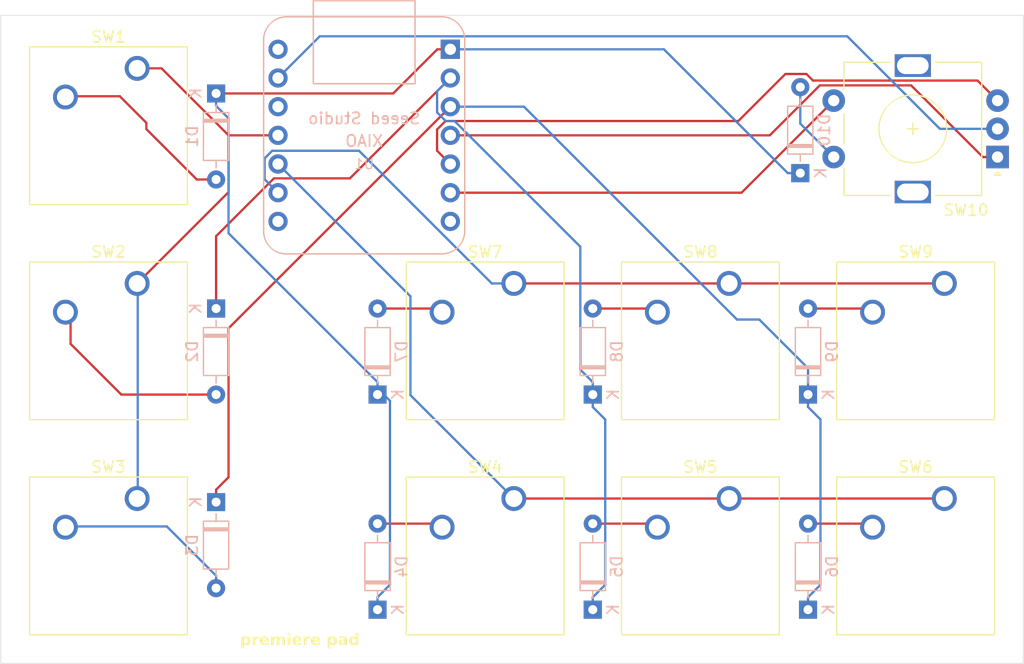
<source format=kicad_pcb>
(kicad_pcb (version 20240108) (generator "pcbnew") (generator_version "8.0")
  (layers (0 "F.Cu" signal) (31 "B.Cu" signal) (34 "B.Paste" user) (35 "F.Paste" user) (36 "B.SilkS" user "B.Silkscreen") (37 "F.SilkS" user "F.Silkscreen") (38 "B.Mask" user) (39 "F.Mask" user) (44 "Edge.Cuts" user))
  (net 0 "")
  (net 1 "Row 1")
  (net 2 "Net-(D1-A)")
  (net 3 "Net-(D2-A)")
  (net 4 "Net-(D3-A)")
  (net 5 "Row 0")
  (net 6 "Net-(D4-A)")
  (net 7 "Net-(D5-A)")
  (net 8 "Net-(D6-A)")
  (net 9 "Net-(D7-A)")
  (net 10 "Net-(D8-A)")
  (net 11 "Net-(D9-A)")
  (net 12 "Col 0")
  (net 13 "Col 1")
  (net 14 "Row 2")
  (net 15 "Col 2")
  (net 16 "Col 3")
  (net 17 "pin b")
  (net 19 "pin a")
  (net 22 "GND")
  (net 23 "VCC")
  (net 24 "Rotation1")
  (footprint "Rotary_Encoder:RotaryEncoder_Alps_EC11E-Switch_Vertical_H20mm" (layer "F.Cu") (at 159.65 88.5 180)
    (property "Reference" "SW10" (at 2.8 -4.7 0) (layer "F.SilkS"))
    (property "Value" "RotaryEncoder_Switch")
    (fp_line (start 13.6 8.4) (end 9.5 8.4) (stroke (width 0.12)) (layer "F.SilkS"))
    (fp_line (start 13.6 6) (end 13.6 8.4) (stroke (width 0.12)) (layer "F.SilkS"))
    (fp_line (start 13.6 1.2) (end 13.6 3.8) (stroke (width 0.12)) (layer "F.SilkS"))
    (fp_line (start 13.6 -3.4) (end 13.6 -1) (stroke (width 0.12)) (layer "F.SilkS"))
    (fp_line (start 9.5 -3.4) (end 13.6 -3.4) (stroke (width 0.12)) (layer "F.SilkS"))
    (fp_line (start 7.5 2) (end 7.5 3) (stroke (width 0.12)) (layer "F.SilkS"))
    (fp_line (start 7 2.5) (end 8 2.5) (stroke (width 0.12)) (layer "F.SilkS"))
    (fp_line (start 5.5 8.4) (end 1.4 8.4) (stroke (width 0.12)) (layer "F.SilkS"))
    (fp_line (start 5.5 -3.4) (end 1.4 -3.4) (stroke (width 0.12)) (layer "F.SilkS"))
    (fp_line (start 1.4 -3.4) (end 1.4 8.4) (stroke (width 0.12)) (layer "F.SilkS"))
    (fp_line (start 0.3 -1.6) (end 0 -1.3) (stroke (width 0.12)) (layer "F.SilkS"))
    (fp_line (start 0 -1.3) (end -0.3 -1.6) (stroke (width 0.12)) (layer "F.SilkS"))
    (fp_line (start -0.3 -1.6) (end 0.3 -1.6) (stroke (width 0.12)) (layer "F.SilkS"))
    (fp_circle (center 7.5 2.5) (end 10.5 2.5) (stroke (width 0.12)) (fill none) (layer "F.SilkS"))
    (pad "A" thru_hole rect (at 0 0 180) (size 2 2) (drill 1) (layers "*.Cu" "*.Mask") (net 19 "pin a"))
    (pad "B" thru_hole circle (at 0 5 180) (size 2 2) (drill 1) (layers "*.Cu" "*.Mask") (net 17 "pin b"))
    (pad "C" thru_hole circle (at 0 2.5 180) (size 2 2) (drill 1) (layers "*.Cu" "*.Mask") (net 22 "GND"))
    (pad "MP" thru_hole rect (at 7.5 -3.1 180) (size 3.2 2) (drill oval 2.8 1.5) (layers "*.Cu" "*.Mask"))
    (pad "MP" thru_hole rect (at 7.5 8.1 180) (size 3.2 2) (drill oval 2.8 1.5) (layers "*.Cu" "*.Mask"))
    (pad "S1" thru_hole circle (at 14.5 5 180) (size 2 2) (drill 1) (layers "*.Cu" "*.Mask") (net 16 "Col 3"))
    (pad "S2" thru_hole circle (at 14.5 0 180) (size 2 2) (drill 1) (layers "*.Cu" "*.Mask") (net 24 "Rotation1"))
  )
  (footprint "Button_Switch_Keyboard:SW_Cherry_MX_1.00u_PCB" (layer "F.Cu") (at 116.84 99.695)
    (property "Reference" "SW7" (at -2.54 -2.794 0) (layer "F.SilkS"))
    (property "Value" "SW_Push_45deg")
    (fp_line (start -9.525 -1.905) (end 4.445 -1.905) (stroke (width 0.12)) (layer "F.SilkS"))
    (fp_line (start -9.525 12.065) (end -9.525 -1.905) (stroke (width 0.12)) (layer "F.SilkS"))
    (fp_line (start 4.445 -1.905) (end 4.445 12.065) (stroke (width 0.12)) (layer "F.SilkS"))
    (fp_line (start 4.445 12.065) (end -9.525 12.065) (stroke (width 0.12)) (layer "F.SilkS"))
    (pad "" np_thru_hole circle (at -7.62 5.08) (size 1.7 1.7) (drill 1.7) (layers "*.Cu" "*.Mask"))
    (pad "" np_thru_hole circle (at -2.54 5.08) (size 4 4) (drill 4) (layers "*.Cu" "*.Mask"))
    (pad "" np_thru_hole circle (at 2.54 5.08) (size 1.7 1.7) (drill 1.7) (layers "*.Cu" "*.Mask"))
    (pad "1" thru_hole circle (at 0 0) (size 2.2 2.2) (drill 1.5) (layers "*.Cu" "*.Mask") (net 15 "Col 2"))
    (pad "2" thru_hole circle (at -6.35 2.54) (size 2.2 2.2) (drill 1.5) (layers "*.Cu" "*.Mask") (net 9 "Net-(D7-A)"))
  )
  (footprint "Button_Switch_Keyboard:SW_Cherry_MX_1.00u_PCB" (layer "F.Cu") (at 154.94 118.745)
    (property "Reference" "SW6" (at -2.54 -2.794 0) (layer "F.SilkS"))
    (property "Value" "SW_Push_45deg")
    (fp_line (start -9.525 -1.905) (end 4.445 -1.905) (stroke (width 0.12)) (layer "F.SilkS"))
    (fp_line (start -9.525 12.065) (end -9.525 -1.905) (stroke (width 0.12)) (layer "F.SilkS"))
    (fp_line (start 4.445 -1.905) (end 4.445 12.065) (stroke (width 0.12)) (layer "F.SilkS"))
    (fp_line (start 4.445 12.065) (end -9.525 12.065) (stroke (width 0.12)) (layer "F.SilkS"))
    (pad "" np_thru_hole circle (at -7.62 5.08) (size 1.7 1.7) (drill 1.7) (layers "*.Cu" "*.Mask"))
    (pad "" np_thru_hole circle (at -2.54 5.08) (size 4 4) (drill 4) (layers "*.Cu" "*.Mask"))
    (pad "" np_thru_hole circle (at 2.54 5.08) (size 1.7 1.7) (drill 1.7) (layers "*.Cu" "*.Mask"))
    (pad "1" thru_hole circle (at 0 0) (size 2.2 2.2) (drill 1.5) (layers "*.Cu" "*.Mask") (net 13 "Col 1"))
    (pad "2" thru_hole circle (at -6.35 2.54) (size 2.2 2.2) (drill 1.5) (layers "*.Cu" "*.Mask") (net 8 "Net-(D6-A)"))
  )
  (footprint "Button_Switch_Keyboard:SW_Cherry_MX_1.00u_PCB" (layer "F.Cu") (at 154.94 99.695)
    (property "Reference" "SW9" (at -2.54 -2.794 0) (layer "F.SilkS"))
    (property "Value" "SW_Push_45deg")
    (fp_line (start -9.525 -1.905) (end 4.445 -1.905) (stroke (width 0.12)) (layer "F.SilkS"))
    (fp_line (start -9.525 12.065) (end -9.525 -1.905) (stroke (width 0.12)) (layer "F.SilkS"))
    (fp_line (start 4.445 -1.905) (end 4.445 12.065) (stroke (width 0.12)) (layer "F.SilkS"))
    (fp_line (start 4.445 12.065) (end -9.525 12.065) (stroke (width 0.12)) (layer "F.SilkS"))
    (pad "" np_thru_hole circle (at -7.62 5.08) (size 1.7 1.7) (drill 1.7) (layers "*.Cu" "*.Mask"))
    (pad "" np_thru_hole circle (at -2.54 5.08) (size 4 4) (drill 4) (layers "*.Cu" "*.Mask"))
    (pad "" np_thru_hole circle (at 2.54 5.08) (size 1.7 1.7) (drill 1.7) (layers "*.Cu" "*.Mask"))
    (pad "1" thru_hole circle (at 0 0) (size 2.2 2.2) (drill 1.5) (layers "*.Cu" "*.Mask") (net 15 "Col 2"))
    (pad "2" thru_hole circle (at -6.35 2.54) (size 2.2 2.2) (drill 1.5) (layers "*.Cu" "*.Mask") (net 11 "Net-(D9-A)"))
  )
  (footprint "Button_Switch_Keyboard:SW_Cherry_MX_1.00u_PCB" (layer "F.Cu") (at 83.5025 118.745)
    (property "Reference" "SW3" (at -2.54 -2.794 0) (layer "F.SilkS"))
    (property "Value" "SW_Push_45deg")
    (fp_line (start -9.525 -1.905) (end 4.445 -1.905) (stroke (width 0.12)) (layer "F.SilkS"))
    (fp_line (start -9.525 12.065) (end -9.525 -1.905) (stroke (width 0.12)) (layer "F.SilkS"))
    (fp_line (start 4.445 -1.905) (end 4.445 12.065) (stroke (width 0.12)) (layer "F.SilkS"))
    (fp_line (start 4.445 12.065) (end -9.525 12.065) (stroke (width 0.12)) (layer "F.SilkS"))
    (pad "" np_thru_hole circle (at -7.62 5.08) (size 1.7 1.7) (drill 1.7) (layers "*.Cu" "*.Mask"))
    (pad "" np_thru_hole circle (at -2.54 5.08) (size 4 4) (drill 4) (layers "*.Cu" "*.Mask"))
    (pad "" np_thru_hole circle (at 2.54 5.08) (size 1.7 1.7) (drill 1.7) (layers "*.Cu" "*.Mask"))
    (pad "1" thru_hole circle (at 0 0) (size 2.2 2.2) (drill 1.5) (layers "*.Cu" "*.Mask") (net 12 "Col 0"))
    (pad "2" thru_hole circle (at -6.35 2.54) (size 2.2 2.2) (drill 1.5) (layers "*.Cu" "*.Mask") (net 4 "Net-(D3-A)"))
  )
  (footprint "Button_Switch_Keyboard:SW_Cherry_MX_1.00u_PCB" (layer "F.Cu") (at 83.5025 99.695)
    (property "Reference" "SW2" (at -2.54 -2.794 0) (layer "F.SilkS"))
    (property "Value" "SW_Push_45deg")
    (fp_line (start -9.525 -1.905) (end 4.445 -1.905) (stroke (width 0.12)) (layer "F.SilkS"))
    (fp_line (start -9.525 12.065) (end -9.525 -1.905) (stroke (width 0.12)) (layer "F.SilkS"))
    (fp_line (start 4.445 -1.905) (end 4.445 12.065) (stroke (width 0.12)) (layer "F.SilkS"))
    (fp_line (start 4.445 12.065) (end -9.525 12.065) (stroke (width 0.12)) (layer "F.SilkS"))
    (pad "" np_thru_hole circle (at -7.62 5.08) (size 1.7 1.7) (drill 1.7) (layers "*.Cu" "*.Mask"))
    (pad "" np_thru_hole circle (at -2.54 5.08) (size 4 4) (drill 4) (layers "*.Cu" "*.Mask"))
    (pad "" np_thru_hole circle (at 2.54 5.08) (size 1.7 1.7) (drill 1.7) (layers "*.Cu" "*.Mask"))
    (pad "1" thru_hole circle (at 0 0) (size 2.2 2.2) (drill 1.5) (layers "*.Cu" "*.Mask") (net 12 "Col 0"))
    (pad "2" thru_hole circle (at -6.35 2.54) (size 2.2 2.2) (drill 1.5) (layers "*.Cu" "*.Mask") (net 3 "Net-(D2-A)"))
  )
  (footprint "Button_Switch_Keyboard:SW_Cherry_MX_1.00u_PCB" (layer "F.Cu") (at 135.89 99.695)
    (property "Reference" "SW8" (at -2.54 -2.794 0) (layer "F.SilkS"))
    (property "Value" "SW_Push_45deg")
    (fp_line (start -9.525 -1.905) (end 4.445 -1.905) (stroke (width 0.12)) (layer "F.SilkS"))
    (fp_line (start -9.525 12.065) (end -9.525 -1.905) (stroke (width 0.12)) (layer "F.SilkS"))
    (fp_line (start 4.445 -1.905) (end 4.445 12.065) (stroke (width 0.12)) (layer "F.SilkS"))
    (fp_line (start 4.445 12.065) (end -9.525 12.065) (stroke (width 0.12)) (layer "F.SilkS"))
    (pad "" np_thru_hole circle (at -7.62 5.08) (size 1.7 1.7) (drill 1.7) (layers "*.Cu" "*.Mask"))
    (pad "" np_thru_hole circle (at -2.54 5.08) (size 4 4) (drill 4) (layers "*.Cu" "*.Mask"))
    (pad "" np_thru_hole circle (at 2.54 5.08) (size 1.7 1.7) (drill 1.7) (layers "*.Cu" "*.Mask"))
    (pad "1" thru_hole circle (at 0 0) (size 2.2 2.2) (drill 1.5) (layers "*.Cu" "*.Mask") (net 15 "Col 2"))
    (pad "2" thru_hole circle (at -6.35 2.54) (size 2.2 2.2) (drill 1.5) (layers "*.Cu" "*.Mask") (net 10 "Net-(D8-A)"))
  )
  (footprint "Button_Switch_Keyboard:SW_Cherry_MX_1.00u_PCB" (layer "F.Cu") (at 116.84 118.745)
    (property "Reference" "SW4" (at -2.54 -2.794 0) (layer "F.SilkS"))
    (property "Value" "SW_Push_45deg")
    (fp_line (start -9.525 -1.905) (end 4.445 -1.905) (stroke (width 0.12)) (layer "F.SilkS"))
    (fp_line (start -9.525 12.065) (end -9.525 -1.905) (stroke (width 0.12)) (layer "F.SilkS"))
    (fp_line (start 4.445 -1.905) (end 4.445 12.065) (stroke (width 0.12)) (layer "F.SilkS"))
    (fp_line (start 4.445 12.065) (end -9.525 12.065) (stroke (width 0.12)) (layer "F.SilkS"))
    (pad "" np_thru_hole circle (at -7.62 5.08) (size 1.7 1.7) (drill 1.7) (layers "*.Cu" "*.Mask"))
    (pad "" np_thru_hole circle (at -2.54 5.08) (size 4 4) (drill 4) (layers "*.Cu" "*.Mask"))
    (pad "" np_thru_hole circle (at 2.54 5.08) (size 1.7 1.7) (drill 1.7) (layers "*.Cu" "*.Mask"))
    (pad "1" thru_hole circle (at 0 0) (size 2.2 2.2) (drill 1.5) (layers "*.Cu" "*.Mask") (net 13 "Col 1"))
    (pad "2" thru_hole circle (at -6.35 2.54) (size 2.2 2.2) (drill 1.5) (layers "*.Cu" "*.Mask") (net 6 "Net-(D4-A)"))
  )
  (footprint "Button_Switch_Keyboard:SW_Cherry_MX_1.00u_PCB" (layer "F.Cu") (at 135.89 118.745)
    (property "Reference" "SW5" (at -2.54 -2.794 0) (layer "F.SilkS"))
    (property "Value" "SW_Push_45deg")
    (fp_line (start -9.525 -1.905) (end 4.445 -1.905) (stroke (width 0.12)) (layer "F.SilkS"))
    (fp_line (start -9.525 12.065) (end -9.525 -1.905) (stroke (width 0.12)) (layer "F.SilkS"))
    (fp_line (start 4.445 -1.905) (end 4.445 12.065) (stroke (width 0.12)) (layer "F.SilkS"))
    (fp_line (start 4.445 12.065) (end -9.525 12.065) (stroke (width 0.12)) (layer "F.SilkS"))
    (pad "" np_thru_hole circle (at -7.62 5.08) (size 1.7 1.7) (drill 1.7) (layers "*.Cu" "*.Mask"))
    (pad "" np_thru_hole circle (at -2.54 5.08) (size 4 4) (drill 4) (layers "*.Cu" "*.Mask"))
    (pad "" np_thru_hole circle (at 2.54 5.08) (size 1.7 1.7) (drill 1.7) (layers "*.Cu" "*.Mask"))
    (pad "1" thru_hole circle (at 0 0) (size 2.2 2.2) (drill 1.5) (layers "*.Cu" "*.Mask") (net 13 "Col 1"))
    (pad "2" thru_hole circle (at -6.35 2.54) (size 2.2 2.2) (drill 1.5) (layers "*.Cu" "*.Mask") (net 7 "Net-(D5-A)"))
  )
  (footprint "Button_Switch_Keyboard:SW_Cherry_MX_1.00u_PCB" (layer "F.Cu") (at 83.5025 80.645)
    (property "Reference" "SW1" (at -2.54 -2.794 0) (layer "F.SilkS"))
    (property "Value" "SW_Push_45deg")
    (fp_line (start -9.525 -1.905) (end 4.445 -1.905) (stroke (width 0.12)) (layer "F.SilkS"))
    (fp_line (start -9.525 12.065) (end -9.525 -1.905) (stroke (width 0.12)) (layer "F.SilkS"))
    (fp_line (start 4.445 -1.905) (end 4.445 12.065) (stroke (width 0.12)) (layer "F.SilkS"))
    (fp_line (start 4.445 12.065) (end -9.525 12.065) (stroke (width 0.12)) (layer "F.SilkS"))
    (pad "" np_thru_hole circle (at -7.62 5.08) (size 1.7 1.7) (drill 1.7) (layers "*.Cu" "*.Mask"))
    (pad "" np_thru_hole circle (at -2.54 5.08) (size 4 4) (drill 4) (layers "*.Cu" "*.Mask"))
    (pad "" np_thru_hole circle (at 2.54 5.08) (size 1.7 1.7) (drill 1.7) (layers "*.Cu" "*.Mask"))
    (pad "1" thru_hole circle (at 0 0) (size 2.2 2.2) (drill 1.5) (layers "*.Cu" "*.Mask") (net 12 "Col 0"))
    (pad "2" thru_hole circle (at -6.35 2.54) (size 2.2 2.2) (drill 1.5) (layers "*.Cu" "*.Mask") (net 2 "Net-(D1-A)"))
  )
  (footprint "Diode_THT:D_DO-35_SOD27_P7.62mm_Horizontal" (layer "B.Cu") (at 142.1912 89.926 90)
    (property "Reference" "D10" (at 3.81 2.12 -90) (layer "B.SilkS") (effects (justify mirror)))
    (property "Value" "1N4148")
    (fp_line (start 5.93 -1.12) (end 1.69 -1.12) (stroke (width 0.12)) (layer "B.SilkS"))
    (fp_line (start 2.53 -1.12) (end 2.53 1.12) (stroke (width 0.12)) (layer "B.SilkS"))
    (fp_line (start 2.41 -1.12) (end 2.41 1.12) (stroke (width 0.12)) (layer "B.SilkS"))
    (fp_line (start 2.29 -1.12) (end 2.29 1.12) (stroke (width 0.12)) (layer "B.SilkS"))
    (fp_line (start 1.69 -1.12) (end 1.69 1.12) (stroke (width 0.12)) (layer "B.SilkS"))
    (fp_line (start 5.93 0) (end 6.58 0) (stroke (width 0.12)) (layer "B.SilkS"))
    (fp_line (start 1.69 0) (end 1.04 0) (stroke (width 0.12)) (layer "B.SilkS"))
    (fp_line (start 5.93 1.12) (end 5.93 -1.12) (stroke (width 0.12)) (layer "B.SilkS"))
    (fp_line (start 1.69 1.12) (end 5.93 1.12) (stroke (width 0.12)) (layer "B.SilkS"))
    (fp_text user "K" (at 0 1.8 -90) (layer "B.SilkS") (effects (justify mirror)))
    (pad "1" thru_hole rect (at 0 0 90) (size 1.6 1.6) (drill 0.8) (layers "*.Cu" "*.Mask") (net 5 "Row 0"))
    (pad "2" thru_hole oval (at 7.62 0 90) (size 1.6 1.6) (drill 0.8) (layers "*.Cu" "*.Mask") (net 24 "Rotation1"))
  )
  (footprint "Diode_THT:D_DO-35_SOD27_P7.62mm_Horizontal" (layer "B.Cu") (at 123.825 128.5875 90)
    (property "Reference" "D5" (at 3.81 2.12 -90) (layer "B.SilkS") (effects (justify mirror)))
    (property "Value" "1N4148")
    (fp_line (start 5.93 -1.12) (end 1.69 -1.12) (stroke (width 0.12)) (layer "B.SilkS"))
    (fp_line (start 2.53 -1.12) (end 2.53 1.12) (stroke (width 0.12)) (layer "B.SilkS"))
    (fp_line (start 2.41 -1.12) (end 2.41 1.12) (stroke (width 0.12)) (layer "B.SilkS"))
    (fp_line (start 2.29 -1.12) (end 2.29 1.12) (stroke (width 0.12)) (layer "B.SilkS"))
    (fp_line (start 1.69 -1.12) (end 1.69 1.12) (stroke (width 0.12)) (layer "B.SilkS"))
    (fp_line (start 5.93 0) (end 6.58 0) (stroke (width 0.12)) (layer "B.SilkS"))
    (fp_line (start 1.69 0) (end 1.04 0) (stroke (width 0.12)) (layer "B.SilkS"))
    (fp_line (start 5.93 1.12) (end 5.93 -1.12) (stroke (width 0.12)) (layer "B.SilkS"))
    (fp_line (start 1.69 1.12) (end 5.93 1.12) (stroke (width 0.12)) (layer "B.SilkS"))
    (fp_text user "K" (at 0 1.8 -90) (layer "B.SilkS") (effects (justify mirror)))
    (pad "1" thru_hole rect (at 0 0 90) (size 1.6 1.6) (drill 0.8) (layers "*.Cu" "*.Mask") (net 1 "Row 1"))
    (pad "2" thru_hole oval (at 7.62 0 90) (size 1.6 1.6) (drill 0.8) (layers "*.Cu" "*.Mask") (net 7 "Net-(D5-A)"))
  )
  (footprint "Diode_THT:D_DO-35_SOD27_P7.62mm_Horizontal" (layer "B.Cu") (at 90.4875 119.0625 -90)
    (property "Reference" "D3" (at 3.81 2.12 90) (layer "B.SilkS") (effects (justify mirror)))
    (property "Value" "1N4148")
    (fp_line (start 1.69 1.12) (end 5.93 1.12) (stroke (width 0.12)) (layer "B.SilkS"))
    (fp_line (start 5.93 1.12) (end 5.93 -1.12) (stroke (width 0.12)) (layer "B.SilkS"))
    (fp_line (start 1.69 0) (end 1.04 0) (stroke (width 0.12)) (layer "B.SilkS"))
    (fp_line (start 5.93 0) (end 6.58 0) (stroke (width 0.12)) (layer "B.SilkS"))
    (fp_line (start 1.69 -1.12) (end 1.69 1.12) (stroke (width 0.12)) (layer "B.SilkS"))
    (fp_line (start 2.29 -1.12) (end 2.29 1.12) (stroke (width 0.12)) (layer "B.SilkS"))
    (fp_line (start 2.41 -1.12) (end 2.41 1.12) (stroke (width 0.12)) (layer "B.SilkS"))
    (fp_line (start 2.53 -1.12) (end 2.53 1.12) (stroke (width 0.12)) (layer "B.SilkS"))
    (fp_line (start 5.93 -1.12) (end 1.69 -1.12) (stroke (width 0.12)) (layer "B.SilkS"))
    (fp_text user "K" (at 0 1.8 90) (layer "B.SilkS") (effects (justify mirror)))
    (pad "1" thru_hole rect (at 0 0 270) (size 1.6 1.6) (drill 0.8) (layers "*.Cu" "*.Mask") (net 14 "Row 2"))
    (pad "2" thru_hole oval (at 7.62 0 270) (size 1.6 1.6) (drill 0.8) (layers "*.Cu" "*.Mask") (net 4 "Net-(D3-A)"))
  )
  (footprint "Diode_THT:D_DO-35_SOD27_P7.62mm_Horizontal" (layer "B.Cu") (at 90.4875 101.9175 -90)
    (property "Reference" "D2" (at 3.81 2.12 90) (layer "B.SilkS") (effects (justify mirror)))
    (property "Value" "1N4148")
    (fp_line (start 1.69 1.12) (end 5.93 1.12) (stroke (width 0.12)) (layer "B.SilkS"))
    (fp_line (start 5.93 1.12) (end 5.93 -1.12) (stroke (width 0.12)) (layer "B.SilkS"))
    (fp_line (start 1.69 0) (end 1.04 0) (stroke (width 0.12)) (layer "B.SilkS"))
    (fp_line (start 5.93 0) (end 6.58 0) (stroke (width 0.12)) (layer "B.SilkS"))
    (fp_line (start 1.69 -1.12) (end 1.69 1.12) (stroke (width 0.12)) (layer "B.SilkS"))
    (fp_line (start 2.29 -1.12) (end 2.29 1.12) (stroke (width 0.12)) (layer "B.SilkS"))
    (fp_line (start 2.41 -1.12) (end 2.41 1.12) (stroke (width 0.12)) (layer "B.SilkS"))
    (fp_line (start 2.53 -1.12) (end 2.53 1.12) (stroke (width 0.12)) (layer "B.SilkS"))
    (fp_line (start 5.93 -1.12) (end 1.69 -1.12) (stroke (width 0.12)) (layer "B.SilkS"))
    (fp_text user "K" (at 0 1.8 90) (layer "B.SilkS") (effects (justify mirror)))
    (pad "1" thru_hole rect (at 0 0 270) (size 1.6 1.6) (drill 0.8) (layers "*.Cu" "*.Mask") (net 1 "Row 1"))
    (pad "2" thru_hole oval (at 7.62 0 270) (size 1.6 1.6) (drill 0.8) (layers "*.Cu" "*.Mask") (net 3 "Net-(D2-A)"))
  )
  (footprint "Diode_THT:D_DO-35_SOD27_P7.62mm_Horizontal" (layer "B.Cu") (at 142.875 109.5375 90)
    (property "Reference" "D9" (at 3.81 2.12 -90) (layer "B.SilkS") (effects (justify mirror)))
    (property "Value" "1N4148")
    (fp_line (start 5.93 -1.12) (end 1.69 -1.12) (stroke (width 0.12)) (layer "B.SilkS"))
    (fp_line (start 2.53 -1.12) (end 2.53 1.12) (stroke (width 0.12)) (layer "B.SilkS"))
    (fp_line (start 2.41 -1.12) (end 2.41 1.12) (stroke (width 0.12)) (layer "B.SilkS"))
    (fp_line (start 2.29 -1.12) (end 2.29 1.12) (stroke (width 0.12)) (layer "B.SilkS"))
    (fp_line (start 1.69 -1.12) (end 1.69 1.12) (stroke (width 0.12)) (layer "B.SilkS"))
    (fp_line (start 5.93 0) (end 6.58 0) (stroke (width 0.12)) (layer "B.SilkS"))
    (fp_line (start 1.69 0) (end 1.04 0) (stroke (width 0.12)) (layer "B.SilkS"))
    (fp_line (start 5.93 1.12) (end 5.93 -1.12) (stroke (width 0.12)) (layer "B.SilkS"))
    (fp_line (start 1.69 1.12) (end 5.93 1.12) (stroke (width 0.12)) (layer "B.SilkS"))
    (fp_text user "K" (at 0 1.8 -90) (layer "B.SilkS") (effects (justify mirror)))
    (pad "1" thru_hole rect (at 0 0 90) (size 1.6 1.6) (drill 0.8) (layers "*.Cu" "*.Mask") (net 14 "Row 2"))
    (pad "2" thru_hole oval (at 7.62 0 90) (size 1.6 1.6) (drill 0.8) (layers "*.Cu" "*.Mask") (net 11 "Net-(D9-A)"))
  )
  (footprint "Diode_THT:D_DO-35_SOD27_P7.62mm_Horizontal" (layer "B.Cu") (at 142.875 128.5875 90)
    (property "Reference" "D6" (at 3.81 2.12 -90) (layer "B.SilkS") (effects (justify mirror)))
    (property "Value" "1N4148")
    (fp_line (start 5.93 -1.12) (end 1.69 -1.12) (stroke (width 0.12)) (layer "B.SilkS"))
    (fp_line (start 2.53 -1.12) (end 2.53 1.12) (stroke (width 0.12)) (layer "B.SilkS"))
    (fp_line (start 2.41 -1.12) (end 2.41 1.12) (stroke (width 0.12)) (layer "B.SilkS"))
    (fp_line (start 2.29 -1.12) (end 2.29 1.12) (stroke (width 0.12)) (layer "B.SilkS"))
    (fp_line (start 1.69 -1.12) (end 1.69 1.12) (stroke (width 0.12)) (layer "B.SilkS"))
    (fp_line (start 5.93 0) (end 6.58 0) (stroke (width 0.12)) (layer "B.SilkS"))
    (fp_line (start 1.69 0) (end 1.04 0) (stroke (width 0.12)) (layer "B.SilkS"))
    (fp_line (start 5.93 1.12) (end 5.93 -1.12) (stroke (width 0.12)) (layer "B.SilkS"))
    (fp_line (start 1.69 1.12) (end 5.93 1.12) (stroke (width 0.12)) (layer "B.SilkS"))
    (fp_text user "K" (at 0 1.8 -90) (layer "B.SilkS") (effects (justify mirror)))
    (pad "1" thru_hole rect (at 0 0 90) (size 1.6 1.6) (drill 0.8) (layers "*.Cu" "*.Mask") (net 14 "Row 2"))
    (pad "2" thru_hole oval (at 7.62 0 90) (size 1.6 1.6) (drill 0.8) (layers "*.Cu" "*.Mask") (net 8 "Net-(D6-A)"))
  )
  (footprint "Seeed Studio XIAO Series Library:XIAO-Generic-Thruhole-14P-2.54-21X17.8MM" (layer "B.Cu") (at 103.5942 86.5778 180)
    (property "Reference" "U1" (at 0 -2.54 0) (layer "B.SilkS") (effects (font (size 0.889 0.889) (thickness 0.1016)) (justify mirror)))
    (property "Value" "Seeed Studio XIAO SAMD21" (hide yes))
    (fp_line (start 8.9 8.5) (end 8.9 -8.5) (stroke (width 0.127)) (layer "B.SilkS"))
    (fp_line (start 6.9 -10.5) (end -6.9 -10.5) (stroke (width 0.127)) (layer "B.SilkS"))
    (fp_line (start 4.5 11.92403) (end -4.5 11.92403) (stroke (width 0.127)) (layer "B.SilkS"))
    (fp_line (start 4.5 4.57073) (end 4.5 11.92403) (stroke (width 0.127)) (layer "B.SilkS"))
    (fp_line (start -4.5 11.92403) (end -4.5 4.57073) (stroke (width 0.127)) (layer "B.SilkS"))
    (fp_line (start -4.5 4.57073) (end 4.5 4.57073) (stroke (width 0.127)) (layer "B.SilkS"))
    (fp_line (start -6.9 10.49909) (end 6.9 10.49909) (stroke (width 0.127)) (layer "B.SilkS"))
    (fp_line (start -8.9 -8.5) (end -8.9 8.5) (stroke (width 0.127)) (layer "B.SilkS"))
    (fp_arc (start 8.9 8.5) (mid 8.301494 9.901494) (end 6.9 10.5) (stroke (width 0.12)) (layer "B.SilkS"))
    (fp_arc (start 6.9 -10.5) (mid 8.314214 -9.914214) (end 8.9 -8.5) (stroke (width 0.12)) (layer "B.SilkS"))
    (fp_arc (start -6.9 10.5) (mid -8.301491 9.901491) (end -8.9 8.5) (stroke (width 0.12)) (layer "B.SilkS"))
    (fp_arc (start -8.9 -8.5) (mid -8.301423 -9.901423) (end -6.9 -10.5) (stroke (width 0.12)) (layer "B.SilkS"))
    (fp_poly (pts (xy -8.887715 8.561705) (xy -8.884667 8.610473) (xy -8.880603 8.659494)) (stroke (width 0.0254)) (fill none) (layer "B.SilkS"))
    (fp_poly (pts (xy 8.889492 -8.521574) (xy 8.887713 -8.57085) (xy 8.884665 -8.619618) (xy 8.880601 -8.668639) (xy 8.875268 -8.717407) (xy 8.868664 -8.766175) (xy 8.861044 -8.81469) (xy 8.852153 -8.86295) (xy 8.842248 -8.910955)) (stroke (width 0.0254)) (fill none) (layer "B.SilkS"))
    (fp_text user "XIAO" (at 0 -0.5 0) (layer "B.SilkS") (effects (justify mirror)))
    (fp_text user "Seeed Studio" (at 0 1.5 0) (layer "B.SilkS") (effects (justify mirror)))
    (pad "1" thru_hole rect (at -7.625 7.62 180) (size 1.7 1.7) (drill 1) (layers "*.Cu" "*.Mask") (net 5 "Row 0"))
    (pad "2" thru_hole circle (at -7.625 5.08 180) (size 1.7 1.7) (drill 1) (layers "*.Cu" "*.Mask") (net 1 "Row 1"))
    (pad "3" thru_hole circle (at -7.625 2.54 180) (size 1.7 1.7) (drill 1) (layers "*.Cu" "*.Mask") (net 14 "Row 2"))
    (pad "4" thru_hole circle (at -7.625 0 180) (size 1.7 1.7) (drill 1) (layers "*.Cu" "*.Mask") (net 19 "pin a"))
    (pad "5" thru_hole circle (at -7.625 -2.54 180) (size 1.7 1.7) (drill 1) (layers "*.Cu" "*.Mask") (net 17 "pin b"))
    (pad "6" thru_hole circle (at -7.625 -5.08) (size 1.7 1.7) (drill 1) (layers "*.Cu" "*.Mask") (net 16 "Col 3"))
    (pad "7" thru_hole circle (at -7.625 -7.62 180) (size 1.7 1.7) (drill 1) (layers "*.Cu" "*.Mask"))
    (pad "8" thru_hole circle (at 7.625 -7.62 180) (size 1.7 1.7) (drill 1) (layers "*.Cu" "*.Mask"))
    (pad "9" thru_hole circle (at 7.625 -5.08 180) (size 1.7 1.7) (drill 1) (layers "*.Cu" "*.Mask") (net 15 "Col 2"))
    (pad "10" thru_hole circle (at 7.625 -2.54 180) (size 1.7 1.7) (drill 1) (layers "*.Cu" "*.Mask") (net 13 "Col 1"))
    (pad "11" thru_hole circle (at 7.625 0 180) (size 1.7 1.7) (drill 1) (layers "*.Cu" "*.Mask") (net 12 "Col 0"))
    (pad "12" thru_hole circle (at 7.625 2.54 180) (size 1.7 1.7) (drill 1) (layers "*.Cu" "*.Mask"))
    (pad "13" thru_hole circle (at 7.625 5.08 180) (size 1.7 1.7) (drill 1) (layers "*.Cu" "*.Mask") (net 22 "GND"))
    (pad "14" thru_hole circle (at 7.625 7.62 180) (size 1.7 1.7) (drill 1) (layers "*.Cu" "*.Mask") (net 23 "VCC"))
  )
  (footprint "Diode_THT:D_DO-35_SOD27_P7.62mm_Horizontal" (layer "B.Cu") (at 104.775 128.5875 90)
    (property "Reference" "D4" (at 3.81 2.12 -90) (layer "B.SilkS") (effects (justify mirror)))
    (property "Value" "1N4148")
    (fp_line (start 5.93 -1.12) (end 1.69 -1.12) (stroke (width 0.12)) (layer "B.SilkS"))
    (fp_line (start 2.53 -1.12) (end 2.53 1.12) (stroke (width 0.12)) (layer "B.SilkS"))
    (fp_line (start 2.41 -1.12) (end 2.41 1.12) (stroke (width 0.12)) (layer "B.SilkS"))
    (fp_line (start 2.29 -1.12) (end 2.29 1.12) (stroke (width 0.12)) (layer "B.SilkS"))
    (fp_line (start 1.69 -1.12) (end 1.69 1.12) (stroke (width 0.12)) (layer "B.SilkS"))
    (fp_line (start 5.93 0) (end 6.58 0) (stroke (width 0.12)) (layer "B.SilkS"))
    (fp_line (start 1.69 0) (end 1.04 0) (stroke (width 0.12)) (layer "B.SilkS"))
    (fp_line (start 5.93 1.12) (end 5.93 -1.12) (stroke (width 0.12)) (layer "B.SilkS"))
    (fp_line (start 1.69 1.12) (end 5.93 1.12) (stroke (width 0.12)) (layer "B.SilkS"))
    (fp_text user "K" (at 0 1.8 -90) (layer "B.SilkS") (effects (justify mirror)))
    (pad "1" thru_hole rect (at 0 0 90) (size 1.6 1.6) (drill 0.8) (layers "*.Cu" "*.Mask") (net 5 "Row 0"))
    (pad "2" thru_hole oval (at 7.62 0 90) (size 1.6 1.6) (drill 0.8) (layers "*.Cu" "*.Mask") (net 6 "Net-(D4-A)"))
  )
  (footprint "Diode_THT:D_DO-35_SOD27_P7.62mm_Horizontal" (layer "B.Cu") (at 104.775 109.5375 90)
    (property "Reference" "D7" (at 3.81 2.12 -90) (layer "B.SilkS") (effects (justify mirror)))
    (property "Value" "1N4148")
    (fp_line (start 5.93 -1.12) (end 1.69 -1.12) (stroke (width 0.12)) (layer "B.SilkS"))
    (fp_line (start 2.53 -1.12) (end 2.53 1.12) (stroke (width 0.12)) (layer "B.SilkS"))
    (fp_line (start 2.41 -1.12) (end 2.41 1.12) (stroke (width 0.12)) (layer "B.SilkS"))
    (fp_line (start 2.29 -1.12) (end 2.29 1.12) (stroke (width 0.12)) (layer "B.SilkS"))
    (fp_line (start 1.69 -1.12) (end 1.69 1.12) (stroke (width 0.12)) (layer "B.SilkS"))
    (fp_line (start 5.93 0) (end 6.58 0) (stroke (width 0.12)) (layer "B.SilkS"))
    (fp_line (start 1.69 0) (end 1.04 0) (stroke (width 0.12)) (layer "B.SilkS"))
    (fp_line (start 5.93 1.12) (end 5.93 -1.12) (stroke (width 0.12)) (layer "B.SilkS"))
    (fp_line (start 1.69 1.12) (end 5.93 1.12) (stroke (width 0.12)) (layer "B.SilkS"))
    (fp_text user "K" (at 0 1.8 -90) (layer "B.SilkS") (effects (justify mirror)))
    (pad "1" thru_hole rect (at 0 0 90) (size 1.6 1.6) (drill 0.8) (layers "*.Cu" "*.Mask") (net 5 "Row 0"))
    (pad "2" thru_hole oval (at 7.62 0 90) (size 1.6 1.6) (drill 0.8) (layers "*.Cu" "*.Mask") (net 9 "Net-(D7-A)"))
  )
  (footprint "Diode_THT:D_DO-35_SOD27_P7.62mm_Horizontal" (layer "B.Cu") (at 90.4875 82.8675 -90)
    (property "Reference" "D1" (at 3.81 2.12 90) (layer "B.SilkS") (effects (justify mirror)))
    (property "Value" "1N4148")
    (fp_line (start 1.69 1.12) (end 5.93 1.12) (stroke (width 0.12)) (layer "B.SilkS"))
    (fp_line (start 5.93 1.12) (end 5.93 -1.12) (stroke (width 0.12)) (layer "B.SilkS"))
    (fp_line (start 1.69 0) (end 1.04 0) (stroke (width 0.12)) (layer "B.SilkS"))
    (fp_line (start 5.93 0) (end 6.58 0) (stroke (width 0.12)) (layer "B.SilkS"))
    (fp_line (start 1.69 -1.12) (end 1.69 1.12) (stroke (width 0.12)) (layer "B.SilkS"))
    (fp_line (start 2.29 -1.12) (end 2.29 1.12) (stroke (width 0.12)) (layer "B.SilkS"))
    (fp_line (start 2.41 -1.12) (end 2.41 1.12) (stroke (width 0.12)) (layer "B.SilkS"))
    (fp_line (start 2.53 -1.12) (end 2.53 1.12) (stroke (width 0.12)) (layer "B.SilkS"))
    (fp_line (start 5.93 -1.12) (end 1.69 -1.12) (stroke (width 0.12)) (layer "B.SilkS"))
    (fp_text user "K" (at 0 1.8 90) (layer "B.SilkS") (effects (justify mirror)))
    (pad "1" thru_hole rect (at 0 0 270) (size 1.6 1.6) (drill 0.8) (layers "*.Cu" "*.Mask") (net 5 "Row 0"))
    (pad "2" thru_hole oval (at 7.62 0 270) (size 1.6 1.6) (drill 0.8) (layers "*.Cu" "*.Mask") (net 2 "Net-(D1-A)"))
  )
  (footprint "Diode_THT:D_DO-35_SOD27_P7.62mm_Horizontal" (layer "B.Cu") (at 123.825 109.5375 90)
    (property "Reference" "D8" (at 3.81 2.12 -90) (layer "B.SilkS") (effects (justify mirror)))
    (property "Value" "1N4148")
    (fp_line (start 5.93 -1.12) (end 1.69 -1.12) (stroke (width 0.12)) (layer "B.SilkS"))
    (fp_line (start 2.53 -1.12) (end 2.53 1.12) (stroke (width 0.12)) (layer "B.SilkS"))
    (fp_line (start 2.41 -1.12) (end 2.41 1.12) (stroke (width 0.12)) (layer "B.SilkS"))
    (fp_line (start 2.29 -1.12) (end 2.29 1.12) (stroke (width 0.12)) (layer "B.SilkS"))
    (fp_line (start 1.69 -1.12) (end 1.69 1.12) (stroke (width 0.12)) (layer "B.SilkS"))
    (fp_line (start 5.93 0) (end 6.58 0) (stroke (width 0.12)) (layer "B.SilkS"))
    (fp_line (start 1.69 0) (end 1.04 0) (stroke (width 0.12)) (layer "B.SilkS"))
    (fp_line (start 5.93 1.12) (end 5.93 -1.12) (stroke (width 0.12)) (layer "B.SilkS"))
    (fp_line (start 1.69 1.12) (end 5.93 1.12) (stroke (width 0.12)) (layer "B.SilkS"))
    (fp_text user "K" (at 0 1.8 -90) (layer "B.SilkS") (effects (justify mirror)))
    (pad "1" thru_hole rect (at 0 0 90) (size 1.6 1.6) (drill 0.8) (layers "*.Cu" "*.Mask") (net 1 "Row 1"))
    (pad "2" thru_hole oval (at 7.62 0 90) (size 1.6 1.6) (drill 0.8) (layers "*.Cu" "*.Mask") (net 10 "Net-(D8-A)"))
  )
  (gr_rect (start 71.4375 75.950829) (end 161.925 133.35) (stroke (width 0.05)) (fill none) (layer "Edge.Cuts"))
  (gr_text "premiere pad" (at 92.6 131.9 -0) (layer "F.SilkS") (effects (font (size 1 1) (thickness 0.2) (bold yes)) (justify left bottom)))
  (segment (start 111.2192 81.4978) (end 102.3292 90.3878) (width 0.2) (layer "F.Cu") (net 1))
  (segment (start 102.3292 90.3878) (end 95.6071 90.3878) (width 0.2) (layer "F.Cu") (net 1))
  (segment (start 95.6071 90.3878) (end 90.4875 95.5074) (width 0.2) (layer "F.Cu") (net 1))
  (segment (start 90.4875 95.5074) (end 90.4875 101.9175) (width 0.2) (layer "F.Cu") (net 1))
  (segment (start 122.7233 96.4426) (end 122.7233 107.3341) (width 0.2) (layer "B.Cu") (net 1))
  (segment (start 123.825 109.5375) (end 123.825 108.4358) (width 0.2) (layer "B.Cu") (net 1))
  (segment (start 123.825 109.5375) (end 123.825 110.6392) (width 0.2) (layer "B.Cu") (net 1))
  (segment (start 123.825 128.5875) (end 123.825 127.4858) (width 0.2) (layer "B.Cu") (net 1))
  (segment (start 110.048 84.5482) (end 110.8076 85.3078) (width 0.2) (layer "B.Cu") (net 1))
  (segment (start 122.7233 107.3341) (end 123.825 108.4358) (width 0.2) (layer "B.Cu") (net 1))
  (segment (start 111.2192 81.4978) (end 110.048 82.669) (width 0.2) (layer "B.Cu") (net 1))
  (segment (start 124.9267 126.3841) (end 123.825 127.4858) (width 0.2) (layer "B.Cu") (net 1))
  (segment (start 123.825 110.6392) (end 124.9267 111.7409) (width 0.2) (layer "B.Cu") (net 1))
  (segment (start 110.8076 85.3078) (end 111.5885 85.3078) (width 0.2) (layer "B.Cu") (net 1))
  (segment (start 124.9267 111.7409) (end 124.9267 126.3841) (width 0.2) (layer "B.Cu") (net 1))
  (segment (start 111.5885 85.3078) (end 122.7233 96.4426) (width 0.2) (layer "B.Cu") (net 1))
  (segment (start 110.048 82.669) (end 110.048 84.5482) (width 0.2) (layer "B.Cu") (net 1))
  (segment (start 77.2218 83.1157) (end 77.1525 83.185) (width 0.2) (layer "F.Cu") (net 2))
  (segment (start 84.3157 85.4677) (end 81.9637 83.1157) (width 0.2) (layer "F.Cu") (net 2))
  (segment (start 88.7775 90.4875) (end 84.3157 86.0257) (width 0.2) (layer "F.Cu") (net 2))
  (segment (start 84.3157 86.0257) (end 84.3157 85.4677) (width 0.2) (layer "F.Cu") (net 2))
  (segment (start 81.9637 83.1157) (end 77.2218 83.1157) (width 0.2) (layer "F.Cu") (net 2))
  (segment (start 90.4875 90.4875) (end 88.7775 90.4875) (width 0.2) (layer "F.Cu") (net 2))
  (segment (start 82.0986 109.5375) (end 77.6094 105.0483) (width 0.2) (layer "F.Cu") (net 3))
  (segment (start 77.6094 102.6919) (end 77.1525 102.235) (width 0.2) (layer "F.Cu") (net 3))
  (segment (start 90.4875 109.5375) (end 82.0986 109.5375) (width 0.2) (layer "F.Cu") (net 3))
  (segment (start 77.6094 105.0483) (end 77.6094 102.6919) (width 0.2) (layer "F.Cu") (net 3))
  (segment (start 77.2218 121.2157) (end 77.1525 121.285) (width 0.2) (layer "B.Cu") (net 4))
  (segment (start 90.4875 125.5808) (end 86.1224 121.2157) (width 0.2) (layer "B.Cu") (net 4))
  (segment (start 86.1224 121.2157) (end 77.2218 121.2157) (width 0.2) (layer "B.Cu") (net 4))
  (segment (start 90.4875 126.6825) (end 90.4875 125.5808) (width 0.2) (layer "B.Cu") (net 4))
  (segment (start 110.0675 78.9578) (end 106.1578 82.8675) (width 0.2) (layer "F.Cu") (net 5))
  (segment (start 106.1578 82.8675) (end 90.4875 82.8675) (width 0.2) (layer "F.Cu") (net 5))
  (segment (start 111.2192 78.9578) (end 110.0675 78.9578) (width 0.2) (layer "F.Cu") (net 5))
  (segment (start 104.775 108.9866) (end 104.775 108.4358) (width 0.2) (layer "B.Cu") (net 5))
  (segment (start 104.775 109.5375) (end 104.775 108.9866) (width 0.2) (layer "B.Cu") (net 5))
  (segment (start 111.2192 78.9578) (end 130.1213 78.9578) (width 0.2) (layer "B.Cu") (net 5))
  (segment (start 105.8767 110.0883) (end 105.8767 126.3841) (width 0.2) (layer "B.Cu") (net 5))
  (segment (start 90.4875 83.9692) (end 91.5892 85.0709) (width 0.2) (layer "B.Cu") (net 5))
  (segment (start 130.1213 78.9578) (end 141.0895 89.926) (width 0.2) (layer "B.Cu") (net 5))
  (segment (start 142.1912 89.926) (end 141.0895 89.926) (width 0.2) (layer "B.Cu") (net 5))
  (segment (start 104.775 108.9866) (end 105.8767 110.0883) (width 0.2) (layer "B.Cu") (net 5))
  (segment (start 91.5892 95.25) (end 104.775 108.4358) (width 0.2) (layer "B.Cu") (net 5))
  (segment (start 91.5892 85.0709) (end 91.5892 95.25) (width 0.2) (layer "B.Cu") (net 5))
  (segment (start 105.8767 126.3841) (end 104.775 127.4858) (width 0.2) (layer "B.Cu") (net 5))
  (segment (start 90.4875 82.8675) (end 90.4875 83.9692) (width 0.2) (layer "B.Cu") (net 5))
  (segment (start 104.775 128.5875) (end 104.775 127.4858) (width 0.2) (layer "B.Cu") (net 5))
  (segment (start 110.1725 120.9675) (end 110.49 121.285) (width 0.2) (layer "F.Cu") (net 6))
  (segment (start 104.775 120.9675) (end 110.1725 120.9675) (width 0.2) (layer "F.Cu") (net 6))
  (segment (start 123.825 120.9675) (end 129.2225 120.9675) (width 0.2) (layer "F.Cu") (net 7))
  (segment (start 129.2225 120.9675) (end 129.54 121.285) (width 0.2) (layer "F.Cu") (net 7))
  (segment (start 142.875 120.9675) (end 148.2725 120.9675) (width 0.2) (layer "F.Cu") (net 8))
  (segment (start 148.2725 120.9675) (end 148.59 121.285) (width 0.2) (layer "F.Cu") (net 8))
  (segment (start 104.775 101.9175) (end 110.1725 101.9175) (width 0.2) (layer "F.Cu") (net 9))
  (segment (start 110.1725 101.9175) (end 110.49 102.235) (width 0.2) (layer "F.Cu") (net 9))
  (segment (start 123.825 101.9175) (end 129.2225 101.9175) (width 0.2) (layer "F.Cu") (net 10))
  (segment (start 129.2225 101.9175) (end 129.54 102.235) (width 0.2) (layer "F.Cu") (net 10))
  (segment (start 142.875 101.9175) (end 148.2725 101.9175) (width 0.2) (layer "F.Cu") (net 11))
  (segment (start 148.2725 101.9175) (end 148.59 102.235) (width 0.2) (layer "F.Cu") (net 11))
  (segment (start 85.6589 80.645) (end 83.5025 80.645) (width 0.2) (layer "F.Cu") (net 12))
  (segment (start 91.5917 86.5778) (end 85.6589 80.645) (width 0.2) (layer "F.Cu") (net 12))
  (segment (start 95.9692 86.5778) (end 91.5917 86.5778) (width 0.2) (layer "F.Cu") (net 12))
  (segment (start 91.5917 86.5778) (end 91.5917 91.6058) (width 0.2) (layer "F.Cu") (net 12))
  (segment (start 91.5917 91.6058) (end 83.5025 99.695) (width 0.2) (layer "F.Cu") (net 12))
  (segment (start 83.5533 99.7458) (end 83.5533 118.6942) (width 0.2) (layer "B.Cu") (net 12))
  (segment (start 83.5025 99.695) (end 83.5533 99.7458) (width 0.2) (layer "B.Cu") (net 12))
  (segment (start 83.5533 118.6942) (end 83.5025 118.745) (width 0.2) (layer "B.Cu") (net 12))
  (segment (start 135.89 118.745) (end 154.94 118.745) (width 0.2) (layer "F.Cu") (net 13))
  (segment (start 116.84 118.745) (end 135.89 118.745) (width 0.2) (layer "F.Cu") (net 13))
  (segment (start 107.6902 100.8388) (end 107.6902 109.5952) (width 0.2) (layer "B.Cu") (net 13))
  (segment (start 107.6902 109.5952) (end 116.84 118.745) (width 0.2) (layer "B.Cu") (net 13))
  (segment (start 95.9692 89.1178) (end 107.6902 100.8388) (width 0.2) (layer "B.Cu") (net 13))
  (segment (start 91.5892 103.6678) (end 91.5892 116.8591) (width 0.2) (layer "F.Cu") (net 14))
  (segment (start 111.2192 84.0378) (end 91.5892 103.6678) (width 0.2) (layer "F.Cu") (net 14))
  (segment (start 90.4875 119.0625) (end 90.4875 117.9608) (width 0.2) (layer "F.Cu") (net 14))
  (segment (start 91.5892 116.8591) (end 90.4875 117.9608) (width 0.2) (layer "F.Cu") (net 14))
  (segment (start 138.5611 102.8909) (end 142.875 107.2048) (width 0.2) (layer "B.Cu") (net 14))
  (segment (start 142.875 110.6392) (end 143.9767 111.7409) (width 0.2) (layer "B.Cu") (net 14))
  (segment (start 136.5863 102.8909) (end 138.5611 102.8909) (width 0.2) (layer "B.Cu") (net 14))
  (segment (start 143.9767 111.7409) (end 143.9767 126.3841) (width 0.2) (layer "B.Cu") (net 14))
  (segment (start 142.875 107.2048) (end 142.875 109.5375) (width 0.2) (layer "B.Cu") (net 14))
  (segment (start 117.7332 84.0378) (end 136.5863 102.8909) (width 0.2) (layer "B.Cu") (net 14))
  (segment (start 111.2192 84.0378) (end 117.7332 84.0378) (width 0.2) (layer "B.Cu") (net 14))
  (segment (start 143.9767 126.3841) (end 142.875 127.4858) (width 0.2) (layer "B.Cu") (net 14))
  (segment (start 142.875 128.5875) (end 142.875 127.4858) (width 0.2) (layer "B.Cu") (net 14))
  (segment (start 142.875 109.5375) (end 142.875 110.6392) (width 0.2) (layer "B.Cu") (net 14))
  (segment (start 116.84 99.695) (end 135.89 99.695) (width 0.2) (layer "F.Cu") (net 15))
  (segment (start 154.94 99.695) (end 135.89 99.695) (width 0.2) (layer "F.Cu") (net 15))
  (segment (start 94.7844 90.473) (end 94.7844 88.6122) (width 0.2) (layer "B.Cu") (net 15))
  (segment (start 103.1362 87.9433) (end 114.8879 99.695) (width 0.2) (layer "B.Cu") (net 15))
  (segment (start 95.4533 87.9433) (end 103.1362 87.9433) (width 0.2) (layer "B.Cu") (net 15))
  (segment (start 94.7844 88.6122) (end 95.4533 87.9433) (width 0.2) (layer "B.Cu") (net 15))
  (segment (start 95.9692 91.6578) (end 94.7844 90.473) (width 0.2) (layer "B.Cu") (net 15))
  (segment (start 114.8879 99.695) (end 116.84 99.695) (width 0.2) (layer "B.Cu") (net 15))
  (segment (start 136.9922 91.6578) (end 111.2192 91.6578) (width 0.2) (layer "F.Cu") (net 16))
  (segment (start 145.15 83.5) (end 136.9922 91.6578) (width 0.2) (layer "F.Cu") (net 16))
  (segment (start 110.0437 86.0585) (end 110.7944 85.3078) (width 0.2) (layer "F.Cu") (net 17))
  (segment (start 142.733 81.1418) (end 143.3176 81.7264) (width 0.2) (layer "F.Cu") (net 17))
  (segment (start 140.8722 81.1418) (end 142.733 81.1418) (width 0.2) (layer "F.Cu") (net 17))
  (segment (start 136.7062 85.3078) (end 140.8722 81.1418) (width 0.2) (layer "F.Cu") (net 17))
  (segment (start 110.7944 85.3078) (end 136.7062 85.3078) (width 0.2) (layer "F.Cu") (net 17))
  (segment (start 157.8764 81.7264) (end 159.65 83.5) (width 0.2) (layer "F.Cu") (net 17))
  (segment (start 143.3176 81.7264) (end 157.8764 81.7264) (width 0.2) (layer "F.Cu") (net 17))
  (segment (start 111.2192 89.1178) (end 110.0437 87.9423) (width 0.2) (layer "F.Cu") (net 17))
  (segment (start 110.0437 87.9423) (end 110.0437 86.0585) (width 0.2) (layer "F.Cu") (net 17))
  (segment (start 152.0013 82.153) (end 143.9157 82.153) (width 0.2) (layer "F.Cu") (net 19))
  (segment (start 139.4909 86.5778) (end 111.2192 86.5778) (width 0.2) (layer "F.Cu") (net 19))
  (segment (start 159.65 88.5) (end 158.3483 88.5) (width 0.2) (layer "F.Cu") (net 19))
  (segment (start 143.9157 82.153) (end 139.4909 86.5778) (width 0.2) (layer "F.Cu") (net 19))
  (segment (start 158.3483 88.5) (end 152.0013 82.153) (width 0.2) (layer "F.Cu") (net 19))
  (segment (start 95.9692 81.4978) (end 99.6609 77.8061) (width 0.2) (layer "B.Cu") (net 22))
  (segment (start 99.6609 77.8061) (end 146.348 77.8061) (width 0.2) (layer "B.Cu") (net 22))
  (segment (start 146.348 77.8061) (end 154.5419 86) (width 0.2) (layer "B.Cu") (net 22))
  (segment (start 154.5419 86) (end 159.65 86) (width 0.2) (layer "B.Cu") (net 22))
  (segment (start 142.1912 82.306) (end 142.1912 85.5412) (width 0.2) (layer "B.Cu") (net 24))
  (segment (start 142.1912 85.5412) (end 145.15 88.5) (width 0.2) (layer "B.Cu") (net 24))
)
</source>
